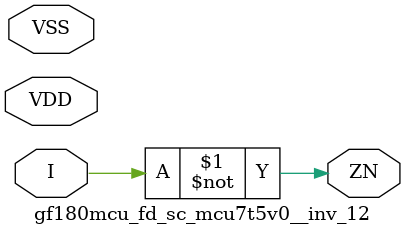
<source format=v>

module gf180mcu_fd_sc_mcu7t5v0__inv_12( I, ZN, VDD, VSS );
input I;
inout VDD, VSS;
output ZN;

	not MGM_BG_0( ZN, I );

endmodule

</source>
